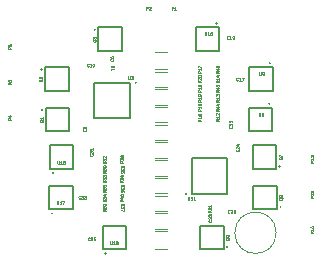
<source format=gto>
G04 #@! TF.GenerationSoftware,KiCad,Pcbnew,(2018-02-05 revision d1a45d147)-makepkg*
G04 #@! TF.CreationDate,2019-01-11T16:44:05-08:00*
G04 #@! TF.ProjectId,6s4in1,367334696E312E6B696361645F706362,rev?*
G04 #@! TF.SameCoordinates,Original*
G04 #@! TF.FileFunction,Legend,Top*
G04 #@! TF.FilePolarity,Positive*
%FSLAX46Y46*%
G04 Gerber Fmt 4.6, Leading zero omitted, Abs format (unit mm)*
G04 Created by KiCad (PCBNEW (2018-02-05 revision d1a45d147)-makepkg) date 01/11/19 16:44:05*
%MOMM*%
%LPD*%
G01*
G04 APERTURE LIST*
%ADD10C,0.010000*%
%ADD11C,0.150000*%
%ADD12C,0.100000*%
%ADD13C,0.120000*%
%ADD14C,0.062500*%
G04 APERTURE END LIST*
D10*
X39750000Y-38000000D02*
G75*
G03X39750000Y-38000000I-1750000J0D01*
G01*
D11*
X32630000Y-34700000D02*
X35630000Y-34700000D01*
X35630000Y-34700000D02*
X35630000Y-31700000D01*
X35630000Y-31700000D02*
X32630000Y-31700000D01*
X32630000Y-31700000D02*
X32630000Y-34700000D01*
D12*
X32200711Y-34700000D02*
G75*
G03X32200711Y-34700000I-70711J0D01*
G01*
X24475711Y-20810000D02*
G75*
G03X24475711Y-20810000I-70711J0D01*
G01*
D11*
X26705000Y-22610000D02*
X24705000Y-22610000D01*
X26705000Y-20610000D02*
X26705000Y-22610000D01*
X24705000Y-20610000D02*
X26705000Y-20610000D01*
X24705000Y-22610000D02*
X24705000Y-20610000D01*
D12*
X19960711Y-24185000D02*
G75*
G03X19960711Y-24185000I-70711J0D01*
G01*
D11*
X22190000Y-25985000D02*
X20190000Y-25985000D01*
X22190000Y-23985000D02*
X22190000Y-25985000D01*
X20190000Y-23985000D02*
X22190000Y-23985000D01*
X20190000Y-25985000D02*
X20190000Y-23985000D01*
D12*
X20010711Y-27615000D02*
G75*
G03X20010711Y-27615000I-70711J0D01*
G01*
D11*
X22240000Y-29415000D02*
X20240000Y-29415000D01*
X22240000Y-27415000D02*
X22240000Y-29415000D01*
X20240000Y-27415000D02*
X22240000Y-27415000D01*
X20240000Y-29415000D02*
X20240000Y-27415000D01*
X27370000Y-25300000D02*
X24370000Y-25300000D01*
X24370000Y-25300000D02*
X24370000Y-28300000D01*
X24370000Y-28300000D02*
X27370000Y-28300000D01*
X27370000Y-28300000D02*
X27370000Y-25300000D01*
D12*
X27940711Y-25300000D02*
G75*
G03X27940711Y-25300000I-70711J0D01*
G01*
D13*
X29500000Y-30350000D02*
X30500000Y-30350000D01*
X30500000Y-28650000D02*
X29500000Y-28650000D01*
X30500000Y-24150000D02*
X29500000Y-24150000D01*
X29500000Y-25850000D02*
X30500000Y-25850000D01*
X30500000Y-36150000D02*
X29500000Y-36150000D01*
X29500000Y-37850000D02*
X30500000Y-37850000D01*
X29500000Y-31850000D02*
X30500000Y-31850000D01*
X30500000Y-30150000D02*
X29500000Y-30150000D01*
X30500000Y-27150000D02*
X29500000Y-27150000D01*
X29500000Y-28850000D02*
X30500000Y-28850000D01*
X30500000Y-34650000D02*
X29500000Y-34650000D01*
X29500000Y-36350000D02*
X30500000Y-36350000D01*
X29500000Y-24350000D02*
X30500000Y-24350000D01*
X30500000Y-22650000D02*
X29500000Y-22650000D01*
X29500000Y-33350000D02*
X30500000Y-33350000D01*
X30500000Y-31650000D02*
X29500000Y-31650000D01*
X29500000Y-34850000D02*
X30500000Y-34850000D01*
X30500000Y-33150000D02*
X29500000Y-33150000D01*
X30500000Y-25650000D02*
X29500000Y-25650000D01*
X29500000Y-27350000D02*
X30500000Y-27350000D01*
X30500000Y-37650000D02*
X29500000Y-37650000D01*
X29500000Y-39350000D02*
X30500000Y-39350000D01*
D12*
X40130711Y-32385000D02*
G75*
G03X40130711Y-32385000I-70711J0D01*
G01*
D11*
X37760000Y-30585000D02*
X39760000Y-30585000D01*
X37760000Y-32585000D02*
X37760000Y-30585000D01*
X39760000Y-32585000D02*
X37760000Y-32585000D01*
X39760000Y-30585000D02*
X39760000Y-32585000D01*
D12*
X40180711Y-35815000D02*
G75*
G03X40180711Y-35815000I-70711J0D01*
G01*
D11*
X37810000Y-34015000D02*
X39810000Y-34015000D01*
X37810000Y-36015000D02*
X37810000Y-34015000D01*
X39810000Y-36015000D02*
X37810000Y-36015000D01*
X39810000Y-34015000D02*
X39810000Y-36015000D01*
X35295000Y-37390000D02*
X35295000Y-39390000D01*
X35295000Y-39390000D02*
X33295000Y-39390000D01*
X33295000Y-39390000D02*
X33295000Y-37390000D01*
X33295000Y-37390000D02*
X35295000Y-37390000D01*
D12*
X35665711Y-39190000D02*
G75*
G03X35665711Y-39190000I-70711J0D01*
G01*
D11*
X39415000Y-27415000D02*
X37415000Y-27415000D01*
X37415000Y-27415000D02*
X37415000Y-29415000D01*
X37415000Y-29415000D02*
X39415000Y-29415000D01*
X39415000Y-29415000D02*
X39415000Y-27415000D01*
D12*
X39235711Y-27065000D02*
G75*
G03X39235711Y-27065000I-70711J0D01*
G01*
D11*
X39465000Y-23985000D02*
X37465000Y-23985000D01*
X37465000Y-23985000D02*
X37465000Y-25985000D01*
X37465000Y-25985000D02*
X39465000Y-25985000D01*
X39465000Y-25985000D02*
X39465000Y-23985000D01*
D12*
X39285711Y-23635000D02*
G75*
G03X39285711Y-23635000I-70711J0D01*
G01*
X34770711Y-20260000D02*
G75*
G03X34770711Y-20260000I-70711J0D01*
G01*
D11*
X34950000Y-22610000D02*
X34950000Y-20610000D01*
X32950000Y-22610000D02*
X34950000Y-22610000D01*
X32950000Y-20610000D02*
X32950000Y-22610000D01*
X34950000Y-20610000D02*
X32950000Y-20610000D01*
X20585000Y-32585000D02*
X22585000Y-32585000D01*
X22585000Y-32585000D02*
X22585000Y-30585000D01*
X22585000Y-30585000D02*
X20585000Y-30585000D01*
X20585000Y-30585000D02*
X20585000Y-32585000D01*
D12*
X20905711Y-32935000D02*
G75*
G03X20905711Y-32935000I-70711J0D01*
G01*
D11*
X20535000Y-36015000D02*
X22535000Y-36015000D01*
X22535000Y-36015000D02*
X22535000Y-34015000D01*
X22535000Y-34015000D02*
X20535000Y-34015000D01*
X20535000Y-34015000D02*
X20535000Y-36015000D01*
D12*
X20855711Y-36365000D02*
G75*
G03X20855711Y-36365000I-70711J0D01*
G01*
D11*
X25050000Y-39390000D02*
X27050000Y-39390000D01*
X27050000Y-39390000D02*
X27050000Y-37390000D01*
X27050000Y-37390000D02*
X25050000Y-37390000D01*
X25050000Y-37390000D02*
X25050000Y-39390000D01*
D12*
X25370711Y-39740000D02*
G75*
G03X25370711Y-39740000I-70711J0D01*
G01*
D14*
X30895476Y-19113095D02*
X30895476Y-18863095D01*
X30990714Y-18863095D01*
X31014523Y-18875000D01*
X31026428Y-18886904D01*
X31038333Y-18910714D01*
X31038333Y-18946428D01*
X31026428Y-18970238D01*
X31014523Y-18982142D01*
X30990714Y-18994047D01*
X30895476Y-18994047D01*
X31276428Y-19113095D02*
X31133571Y-19113095D01*
X31205000Y-19113095D02*
X31205000Y-18863095D01*
X31181190Y-18898809D01*
X31157380Y-18922619D01*
X31133571Y-18934523D01*
X28735476Y-19113095D02*
X28735476Y-18863095D01*
X28830714Y-18863095D01*
X28854523Y-18875000D01*
X28866428Y-18886904D01*
X28878333Y-18910714D01*
X28878333Y-18946428D01*
X28866428Y-18970238D01*
X28854523Y-18982142D01*
X28830714Y-18994047D01*
X28735476Y-18994047D01*
X28973571Y-18886904D02*
X28985476Y-18875000D01*
X29009285Y-18863095D01*
X29068809Y-18863095D01*
X29092619Y-18875000D01*
X29104523Y-18886904D01*
X29116428Y-18910714D01*
X29116428Y-18934523D01*
X29104523Y-18970238D01*
X28961666Y-19113095D01*
X29116428Y-19113095D01*
X36559285Y-30950714D02*
X36571190Y-30962619D01*
X36583095Y-30998333D01*
X36583095Y-31022142D01*
X36571190Y-31057857D01*
X36547380Y-31081666D01*
X36523571Y-31093571D01*
X36475952Y-31105476D01*
X36440238Y-31105476D01*
X36392619Y-31093571D01*
X36368809Y-31081666D01*
X36345000Y-31057857D01*
X36333095Y-31022142D01*
X36333095Y-30998333D01*
X36345000Y-30962619D01*
X36356904Y-30950714D01*
X36356904Y-30855476D02*
X36345000Y-30843571D01*
X36333095Y-30819761D01*
X36333095Y-30760238D01*
X36345000Y-30736428D01*
X36356904Y-30724523D01*
X36380714Y-30712619D01*
X36404523Y-30712619D01*
X36440238Y-30724523D01*
X36583095Y-30867380D01*
X36583095Y-30712619D01*
X36416428Y-30498333D02*
X36583095Y-30498333D01*
X36321190Y-30557857D02*
X36499761Y-30617380D01*
X36499761Y-30462619D01*
X32270476Y-34963095D02*
X32270476Y-35165476D01*
X32282380Y-35189285D01*
X32294285Y-35201190D01*
X32318095Y-35213095D01*
X32365714Y-35213095D01*
X32389523Y-35201190D01*
X32401428Y-35189285D01*
X32413333Y-35165476D01*
X32413333Y-34963095D01*
X32663333Y-35213095D02*
X32520476Y-35213095D01*
X32591904Y-35213095D02*
X32591904Y-34963095D01*
X32568095Y-34998809D01*
X32544285Y-35022619D01*
X32520476Y-35034523D01*
X32901428Y-35213095D02*
X32758571Y-35213095D01*
X32830000Y-35213095D02*
X32830000Y-34963095D01*
X32806190Y-34998809D01*
X32782380Y-35022619D01*
X32758571Y-35034523D01*
X42913095Y-38053571D02*
X42663095Y-38053571D01*
X42663095Y-37958333D01*
X42675000Y-37934523D01*
X42686904Y-37922619D01*
X42710714Y-37910714D01*
X42746428Y-37910714D01*
X42770238Y-37922619D01*
X42782142Y-37934523D01*
X42794047Y-37958333D01*
X42794047Y-38053571D01*
X42913095Y-37672619D02*
X42913095Y-37815476D01*
X42913095Y-37744047D02*
X42663095Y-37744047D01*
X42698809Y-37767857D01*
X42722619Y-37791666D01*
X42734523Y-37815476D01*
X42746428Y-37458333D02*
X42913095Y-37458333D01*
X42651190Y-37517857D02*
X42829761Y-37577380D01*
X42829761Y-37422619D01*
X17313095Y-22434523D02*
X17063095Y-22434523D01*
X17063095Y-22339285D01*
X17075000Y-22315476D01*
X17086904Y-22303571D01*
X17110714Y-22291666D01*
X17146428Y-22291666D01*
X17170238Y-22303571D01*
X17182142Y-22315476D01*
X17194047Y-22339285D01*
X17194047Y-22434523D01*
X17063095Y-22077380D02*
X17063095Y-22125000D01*
X17075000Y-22148809D01*
X17086904Y-22160714D01*
X17122619Y-22184523D01*
X17170238Y-22196428D01*
X17265476Y-22196428D01*
X17289285Y-22184523D01*
X17301190Y-22172619D01*
X17313095Y-22148809D01*
X17313095Y-22101190D01*
X17301190Y-22077380D01*
X17289285Y-22065476D01*
X17265476Y-22053571D01*
X17205952Y-22053571D01*
X17182142Y-22065476D01*
X17170238Y-22077380D01*
X17158333Y-22101190D01*
X17158333Y-22148809D01*
X17170238Y-22172619D01*
X17182142Y-22184523D01*
X17205952Y-22196428D01*
X23869285Y-23899285D02*
X23857380Y-23911190D01*
X23821666Y-23923095D01*
X23797857Y-23923095D01*
X23762142Y-23911190D01*
X23738333Y-23887380D01*
X23726428Y-23863571D01*
X23714523Y-23815952D01*
X23714523Y-23780238D01*
X23726428Y-23732619D01*
X23738333Y-23708809D01*
X23762142Y-23685000D01*
X23797857Y-23673095D01*
X23821666Y-23673095D01*
X23857380Y-23685000D01*
X23869285Y-23696904D01*
X24107380Y-23923095D02*
X23964523Y-23923095D01*
X24035952Y-23923095D02*
X24035952Y-23673095D01*
X24012142Y-23708809D01*
X23988333Y-23732619D01*
X23964523Y-23744523D01*
X24262142Y-23673095D02*
X24285952Y-23673095D01*
X24309761Y-23685000D01*
X24321666Y-23696904D01*
X24333571Y-23720714D01*
X24345476Y-23768333D01*
X24345476Y-23827857D01*
X24333571Y-23875476D01*
X24321666Y-23899285D01*
X24309761Y-23911190D01*
X24285952Y-23923095D01*
X24262142Y-23923095D01*
X24238333Y-23911190D01*
X24226428Y-23899285D01*
X24214523Y-23875476D01*
X24202619Y-23827857D01*
X24202619Y-23768333D01*
X24214523Y-23720714D01*
X24226428Y-23696904D01*
X24238333Y-23685000D01*
X24262142Y-23673095D01*
X23619285Y-29251666D02*
X23631190Y-29263571D01*
X23643095Y-29299285D01*
X23643095Y-29323095D01*
X23631190Y-29358809D01*
X23607380Y-29382619D01*
X23583571Y-29394523D01*
X23535952Y-29406428D01*
X23500238Y-29406428D01*
X23452619Y-29394523D01*
X23428809Y-29382619D01*
X23405000Y-29358809D01*
X23393095Y-29323095D01*
X23393095Y-29299285D01*
X23405000Y-29263571D01*
X23416904Y-29251666D01*
X23500238Y-29108809D02*
X23488333Y-29132619D01*
X23476428Y-29144523D01*
X23452619Y-29156428D01*
X23440714Y-29156428D01*
X23416904Y-29144523D01*
X23405000Y-29132619D01*
X23393095Y-29108809D01*
X23393095Y-29061190D01*
X23405000Y-29037380D01*
X23416904Y-29025476D01*
X23440714Y-29013571D01*
X23452619Y-29013571D01*
X23476428Y-29025476D01*
X23488333Y-29037380D01*
X23500238Y-29061190D01*
X23500238Y-29108809D01*
X23512142Y-29132619D01*
X23524047Y-29144523D01*
X23547857Y-29156428D01*
X23595476Y-29156428D01*
X23619285Y-29144523D01*
X23631190Y-29132619D01*
X23643095Y-29108809D01*
X23643095Y-29061190D01*
X23631190Y-29037380D01*
X23619285Y-29025476D01*
X23595476Y-29013571D01*
X23547857Y-29013571D01*
X23524047Y-29025476D01*
X23512142Y-29037380D01*
X23500238Y-29061190D01*
X24491904Y-21633809D02*
X24480000Y-21657619D01*
X24456190Y-21681428D01*
X24420476Y-21717142D01*
X24408571Y-21740952D01*
X24408571Y-21764761D01*
X24468095Y-21752857D02*
X24456190Y-21776666D01*
X24432380Y-21800476D01*
X24384761Y-21812380D01*
X24301428Y-21812380D01*
X24253809Y-21800476D01*
X24230000Y-21776666D01*
X24218095Y-21752857D01*
X24218095Y-21705238D01*
X24230000Y-21681428D01*
X24253809Y-21657619D01*
X24301428Y-21645714D01*
X24384761Y-21645714D01*
X24432380Y-21657619D01*
X24456190Y-21681428D01*
X24468095Y-21705238D01*
X24468095Y-21752857D01*
X24218095Y-21562380D02*
X24218095Y-21407619D01*
X24313333Y-21490952D01*
X24313333Y-21455238D01*
X24325238Y-21431428D01*
X24337142Y-21419523D01*
X24360952Y-21407619D01*
X24420476Y-21407619D01*
X24444285Y-21419523D01*
X24456190Y-21431428D01*
X24468095Y-21455238D01*
X24468095Y-21526666D01*
X24456190Y-21550476D01*
X24444285Y-21562380D01*
X19976904Y-25008809D02*
X19965000Y-25032619D01*
X19941190Y-25056428D01*
X19905476Y-25092142D01*
X19893571Y-25115952D01*
X19893571Y-25139761D01*
X19953095Y-25127857D02*
X19941190Y-25151666D01*
X19917380Y-25175476D01*
X19869761Y-25187380D01*
X19786428Y-25187380D01*
X19738809Y-25175476D01*
X19715000Y-25151666D01*
X19703095Y-25127857D01*
X19703095Y-25080238D01*
X19715000Y-25056428D01*
X19738809Y-25032619D01*
X19786428Y-25020714D01*
X19869761Y-25020714D01*
X19917380Y-25032619D01*
X19941190Y-25056428D01*
X19953095Y-25080238D01*
X19953095Y-25127857D01*
X19726904Y-24925476D02*
X19715000Y-24913571D01*
X19703095Y-24889761D01*
X19703095Y-24830238D01*
X19715000Y-24806428D01*
X19726904Y-24794523D01*
X19750714Y-24782619D01*
X19774523Y-24782619D01*
X19810238Y-24794523D01*
X19953095Y-24937380D01*
X19953095Y-24782619D01*
X20026904Y-28438809D02*
X20015000Y-28462619D01*
X19991190Y-28486428D01*
X19955476Y-28522142D01*
X19943571Y-28545952D01*
X19943571Y-28569761D01*
X20003095Y-28557857D02*
X19991190Y-28581666D01*
X19967380Y-28605476D01*
X19919761Y-28617380D01*
X19836428Y-28617380D01*
X19788809Y-28605476D01*
X19765000Y-28581666D01*
X19753095Y-28557857D01*
X19753095Y-28510238D01*
X19765000Y-28486428D01*
X19788809Y-28462619D01*
X19836428Y-28450714D01*
X19919761Y-28450714D01*
X19967380Y-28462619D01*
X19991190Y-28486428D01*
X20003095Y-28510238D01*
X20003095Y-28557857D01*
X20003095Y-28212619D02*
X20003095Y-28355476D01*
X20003095Y-28284047D02*
X19753095Y-28284047D01*
X19788809Y-28307857D01*
X19812619Y-28331666D01*
X19824523Y-28355476D01*
X42913095Y-35053571D02*
X42663095Y-35053571D01*
X42663095Y-34958333D01*
X42675000Y-34934523D01*
X42686904Y-34922619D01*
X42710714Y-34910714D01*
X42746428Y-34910714D01*
X42770238Y-34922619D01*
X42782142Y-34934523D01*
X42794047Y-34958333D01*
X42794047Y-35053571D01*
X42913095Y-34672619D02*
X42913095Y-34815476D01*
X42913095Y-34744047D02*
X42663095Y-34744047D01*
X42698809Y-34767857D01*
X42722619Y-34791666D01*
X42734523Y-34815476D01*
X42663095Y-34589285D02*
X42663095Y-34434523D01*
X42758333Y-34517857D01*
X42758333Y-34482142D01*
X42770238Y-34458333D01*
X42782142Y-34446428D01*
X42805952Y-34434523D01*
X42865476Y-34434523D01*
X42889285Y-34446428D01*
X42901190Y-34458333D01*
X42913095Y-34482142D01*
X42913095Y-34553571D01*
X42901190Y-34577380D01*
X42889285Y-34589285D01*
X42913095Y-32053571D02*
X42663095Y-32053571D01*
X42663095Y-31958333D01*
X42675000Y-31934523D01*
X42686904Y-31922619D01*
X42710714Y-31910714D01*
X42746428Y-31910714D01*
X42770238Y-31922619D01*
X42782142Y-31934523D01*
X42794047Y-31958333D01*
X42794047Y-32053571D01*
X42913095Y-31672619D02*
X42913095Y-31815476D01*
X42913095Y-31744047D02*
X42663095Y-31744047D01*
X42698809Y-31767857D01*
X42722619Y-31791666D01*
X42734523Y-31815476D01*
X42686904Y-31577380D02*
X42675000Y-31565476D01*
X42663095Y-31541666D01*
X42663095Y-31482142D01*
X42675000Y-31458333D01*
X42686904Y-31446428D01*
X42710714Y-31434523D01*
X42734523Y-31434523D01*
X42770238Y-31446428D01*
X42913095Y-31589285D01*
X42913095Y-31434523D01*
X17313095Y-25434523D02*
X17063095Y-25434523D01*
X17063095Y-25339285D01*
X17075000Y-25315476D01*
X17086904Y-25303571D01*
X17110714Y-25291666D01*
X17146428Y-25291666D01*
X17170238Y-25303571D01*
X17182142Y-25315476D01*
X17194047Y-25339285D01*
X17194047Y-25434523D01*
X17063095Y-25065476D02*
X17063095Y-25184523D01*
X17182142Y-25196428D01*
X17170238Y-25184523D01*
X17158333Y-25160714D01*
X17158333Y-25101190D01*
X17170238Y-25077380D01*
X17182142Y-25065476D01*
X17205952Y-25053571D01*
X17265476Y-25053571D01*
X17289285Y-25065476D01*
X17301190Y-25077380D01*
X17313095Y-25101190D01*
X17313095Y-25160714D01*
X17301190Y-25184523D01*
X17289285Y-25196428D01*
X17313095Y-28434523D02*
X17063095Y-28434523D01*
X17063095Y-28339285D01*
X17075000Y-28315476D01*
X17086904Y-28303571D01*
X17110714Y-28291666D01*
X17146428Y-28291666D01*
X17170238Y-28303571D01*
X17182142Y-28315476D01*
X17194047Y-28339285D01*
X17194047Y-28434523D01*
X17146428Y-28077380D02*
X17313095Y-28077380D01*
X17051190Y-28136904D02*
X17229761Y-28196428D01*
X17229761Y-28041666D01*
X27229523Y-24763095D02*
X27229523Y-24965476D01*
X27241428Y-24989285D01*
X27253333Y-25001190D01*
X27277142Y-25013095D01*
X27324761Y-25013095D01*
X27348571Y-25001190D01*
X27360476Y-24989285D01*
X27372380Y-24965476D01*
X27372380Y-24763095D01*
X27467619Y-24763095D02*
X27622380Y-24763095D01*
X27539047Y-24858333D01*
X27574761Y-24858333D01*
X27598571Y-24870238D01*
X27610476Y-24882142D01*
X27622380Y-24905952D01*
X27622380Y-24965476D01*
X27610476Y-24989285D01*
X27598571Y-25001190D01*
X27574761Y-25013095D01*
X27503333Y-25013095D01*
X27479523Y-25001190D01*
X27467619Y-24989285D01*
X25929285Y-23291666D02*
X25941190Y-23303571D01*
X25953095Y-23339285D01*
X25953095Y-23363095D01*
X25941190Y-23398809D01*
X25917380Y-23422619D01*
X25893571Y-23434523D01*
X25845952Y-23446428D01*
X25810238Y-23446428D01*
X25762619Y-23434523D01*
X25738809Y-23422619D01*
X25715000Y-23398809D01*
X25703095Y-23363095D01*
X25703095Y-23339285D01*
X25715000Y-23303571D01*
X25726904Y-23291666D01*
X25703095Y-23077380D02*
X25703095Y-23125000D01*
X25715000Y-23148809D01*
X25726904Y-23160714D01*
X25762619Y-23184523D01*
X25810238Y-23196428D01*
X25905476Y-23196428D01*
X25929285Y-23184523D01*
X25941190Y-23172619D01*
X25953095Y-23148809D01*
X25953095Y-23101190D01*
X25941190Y-23077380D01*
X25929285Y-23065476D01*
X25905476Y-23053571D01*
X25845952Y-23053571D01*
X25822142Y-23065476D01*
X25810238Y-23077380D01*
X25798333Y-23101190D01*
X25798333Y-23148809D01*
X25810238Y-23172619D01*
X25822142Y-23184523D01*
X25845952Y-23196428D01*
X25746904Y-23998333D02*
X25865952Y-23915000D01*
X25746904Y-23855476D02*
X25996904Y-23855476D01*
X25996904Y-23950714D01*
X25985000Y-23974523D01*
X25973095Y-23986428D01*
X25949285Y-23998333D01*
X25913571Y-23998333D01*
X25889761Y-23986428D01*
X25877857Y-23974523D01*
X25865952Y-23950714D01*
X25865952Y-23855476D01*
X25746904Y-24236428D02*
X25746904Y-24093571D01*
X25746904Y-24165000D02*
X25996904Y-24165000D01*
X25961190Y-24141190D01*
X25937380Y-24117380D01*
X25925476Y-24093571D01*
X35979285Y-28985714D02*
X35991190Y-28997619D01*
X36003095Y-29033333D01*
X36003095Y-29057142D01*
X35991190Y-29092857D01*
X35967380Y-29116666D01*
X35943571Y-29128571D01*
X35895952Y-29140476D01*
X35860238Y-29140476D01*
X35812619Y-29128571D01*
X35788809Y-29116666D01*
X35765000Y-29092857D01*
X35753095Y-29057142D01*
X35753095Y-29033333D01*
X35765000Y-28997619D01*
X35776904Y-28985714D01*
X36003095Y-28747619D02*
X36003095Y-28890476D01*
X36003095Y-28819047D02*
X35753095Y-28819047D01*
X35788809Y-28842857D01*
X35812619Y-28866666D01*
X35824523Y-28890476D01*
X35753095Y-28521428D02*
X35753095Y-28640476D01*
X35872142Y-28652380D01*
X35860238Y-28640476D01*
X35848333Y-28616666D01*
X35848333Y-28557142D01*
X35860238Y-28533333D01*
X35872142Y-28521428D01*
X35895952Y-28509523D01*
X35955476Y-28509523D01*
X35979285Y-28521428D01*
X35991190Y-28533333D01*
X36003095Y-28557142D01*
X36003095Y-28616666D01*
X35991190Y-28640476D01*
X35979285Y-28652380D01*
X36509285Y-25089285D02*
X36497380Y-25101190D01*
X36461666Y-25113095D01*
X36437857Y-25113095D01*
X36402142Y-25101190D01*
X36378333Y-25077380D01*
X36366428Y-25053571D01*
X36354523Y-25005952D01*
X36354523Y-24970238D01*
X36366428Y-24922619D01*
X36378333Y-24898809D01*
X36402142Y-24875000D01*
X36437857Y-24863095D01*
X36461666Y-24863095D01*
X36497380Y-24875000D01*
X36509285Y-24886904D01*
X36747380Y-25113095D02*
X36604523Y-25113095D01*
X36675952Y-25113095D02*
X36675952Y-24863095D01*
X36652142Y-24898809D01*
X36628333Y-24922619D01*
X36604523Y-24934523D01*
X36830714Y-24863095D02*
X36997380Y-24863095D01*
X36890238Y-25113095D01*
X35719285Y-21564285D02*
X35707380Y-21576190D01*
X35671666Y-21588095D01*
X35647857Y-21588095D01*
X35612142Y-21576190D01*
X35588333Y-21552380D01*
X35576428Y-21528571D01*
X35564523Y-21480952D01*
X35564523Y-21445238D01*
X35576428Y-21397619D01*
X35588333Y-21373809D01*
X35612142Y-21350000D01*
X35647857Y-21338095D01*
X35671666Y-21338095D01*
X35707380Y-21350000D01*
X35719285Y-21361904D01*
X35957380Y-21588095D02*
X35814523Y-21588095D01*
X35885952Y-21588095D02*
X35885952Y-21338095D01*
X35862142Y-21373809D01*
X35838333Y-21397619D01*
X35814523Y-21409523D01*
X36076428Y-21588095D02*
X36124047Y-21588095D01*
X36147857Y-21576190D01*
X36159761Y-21564285D01*
X36183571Y-21528571D01*
X36195476Y-21480952D01*
X36195476Y-21385714D01*
X36183571Y-21361904D01*
X36171666Y-21350000D01*
X36147857Y-21338095D01*
X36100238Y-21338095D01*
X36076428Y-21350000D01*
X36064523Y-21361904D01*
X36052619Y-21385714D01*
X36052619Y-21445238D01*
X36064523Y-21469047D01*
X36076428Y-21480952D01*
X36100238Y-21492857D01*
X36147857Y-21492857D01*
X36171666Y-21480952D01*
X36183571Y-21469047D01*
X36195476Y-21445238D01*
X34249285Y-36910714D02*
X34261190Y-36922619D01*
X34273095Y-36958333D01*
X34273095Y-36982142D01*
X34261190Y-37017857D01*
X34237380Y-37041666D01*
X34213571Y-37053571D01*
X34165952Y-37065476D01*
X34130238Y-37065476D01*
X34082619Y-37053571D01*
X34058809Y-37041666D01*
X34035000Y-37017857D01*
X34023095Y-36982142D01*
X34023095Y-36958333D01*
X34035000Y-36922619D01*
X34046904Y-36910714D01*
X34046904Y-36815476D02*
X34035000Y-36803571D01*
X34023095Y-36779761D01*
X34023095Y-36720238D01*
X34035000Y-36696428D01*
X34046904Y-36684523D01*
X34070714Y-36672619D01*
X34094523Y-36672619D01*
X34130238Y-36684523D01*
X34273095Y-36827380D01*
X34273095Y-36672619D01*
X34046904Y-36577380D02*
X34035000Y-36565476D01*
X34023095Y-36541666D01*
X34023095Y-36482142D01*
X34035000Y-36458333D01*
X34046904Y-36446428D01*
X34070714Y-36434523D01*
X34094523Y-36434523D01*
X34130238Y-36446428D01*
X34273095Y-36589285D01*
X34273095Y-36434523D01*
X35809285Y-36279285D02*
X35797380Y-36291190D01*
X35761666Y-36303095D01*
X35737857Y-36303095D01*
X35702142Y-36291190D01*
X35678333Y-36267380D01*
X35666428Y-36243571D01*
X35654523Y-36195952D01*
X35654523Y-36160238D01*
X35666428Y-36112619D01*
X35678333Y-36088809D01*
X35702142Y-36065000D01*
X35737857Y-36053095D01*
X35761666Y-36053095D01*
X35797380Y-36065000D01*
X35809285Y-36076904D01*
X35904523Y-36076904D02*
X35916428Y-36065000D01*
X35940238Y-36053095D01*
X35999761Y-36053095D01*
X36023571Y-36065000D01*
X36035476Y-36076904D01*
X36047380Y-36100714D01*
X36047380Y-36124523D01*
X36035476Y-36160238D01*
X35892619Y-36303095D01*
X36047380Y-36303095D01*
X36261666Y-36053095D02*
X36214047Y-36053095D01*
X36190238Y-36065000D01*
X36178333Y-36076904D01*
X36154523Y-36112619D01*
X36142619Y-36160238D01*
X36142619Y-36255476D01*
X36154523Y-36279285D01*
X36166428Y-36291190D01*
X36190238Y-36303095D01*
X36237857Y-36303095D01*
X36261666Y-36291190D01*
X36273571Y-36279285D01*
X36285476Y-36255476D01*
X36285476Y-36195952D01*
X36273571Y-36172142D01*
X36261666Y-36160238D01*
X36237857Y-36148333D01*
X36190238Y-36148333D01*
X36166428Y-36160238D01*
X36154523Y-36172142D01*
X36142619Y-36195952D01*
X24199285Y-31335714D02*
X24211190Y-31347619D01*
X24223095Y-31383333D01*
X24223095Y-31407142D01*
X24211190Y-31442857D01*
X24187380Y-31466666D01*
X24163571Y-31478571D01*
X24115952Y-31490476D01*
X24080238Y-31490476D01*
X24032619Y-31478571D01*
X24008809Y-31466666D01*
X23985000Y-31442857D01*
X23973095Y-31407142D01*
X23973095Y-31383333D01*
X23985000Y-31347619D01*
X23996904Y-31335714D01*
X23973095Y-31252380D02*
X23973095Y-31097619D01*
X24068333Y-31180952D01*
X24068333Y-31145238D01*
X24080238Y-31121428D01*
X24092142Y-31109523D01*
X24115952Y-31097619D01*
X24175476Y-31097619D01*
X24199285Y-31109523D01*
X24211190Y-31121428D01*
X24223095Y-31145238D01*
X24223095Y-31216666D01*
X24211190Y-31240476D01*
X24199285Y-31252380D01*
X24223095Y-30859523D02*
X24223095Y-31002380D01*
X24223095Y-30930952D02*
X23973095Y-30930952D01*
X24008809Y-30954761D01*
X24032619Y-30978571D01*
X24044523Y-31002380D01*
X23169285Y-35089285D02*
X23157380Y-35101190D01*
X23121666Y-35113095D01*
X23097857Y-35113095D01*
X23062142Y-35101190D01*
X23038333Y-35077380D01*
X23026428Y-35053571D01*
X23014523Y-35005952D01*
X23014523Y-34970238D01*
X23026428Y-34922619D01*
X23038333Y-34898809D01*
X23062142Y-34875000D01*
X23097857Y-34863095D01*
X23121666Y-34863095D01*
X23157380Y-34875000D01*
X23169285Y-34886904D01*
X23252619Y-34863095D02*
X23407380Y-34863095D01*
X23324047Y-34958333D01*
X23359761Y-34958333D01*
X23383571Y-34970238D01*
X23395476Y-34982142D01*
X23407380Y-35005952D01*
X23407380Y-35065476D01*
X23395476Y-35089285D01*
X23383571Y-35101190D01*
X23359761Y-35113095D01*
X23288333Y-35113095D01*
X23264523Y-35101190D01*
X23252619Y-35089285D01*
X23490714Y-34863095D02*
X23645476Y-34863095D01*
X23562142Y-34958333D01*
X23597857Y-34958333D01*
X23621666Y-34970238D01*
X23633571Y-34982142D01*
X23645476Y-35005952D01*
X23645476Y-35065476D01*
X23633571Y-35089285D01*
X23621666Y-35101190D01*
X23597857Y-35113095D01*
X23526428Y-35113095D01*
X23502619Y-35101190D01*
X23490714Y-35089285D01*
X23959285Y-38614285D02*
X23947380Y-38626190D01*
X23911666Y-38638095D01*
X23887857Y-38638095D01*
X23852142Y-38626190D01*
X23828333Y-38602380D01*
X23816428Y-38578571D01*
X23804523Y-38530952D01*
X23804523Y-38495238D01*
X23816428Y-38447619D01*
X23828333Y-38423809D01*
X23852142Y-38400000D01*
X23887857Y-38388095D01*
X23911666Y-38388095D01*
X23947380Y-38400000D01*
X23959285Y-38411904D01*
X24042619Y-38388095D02*
X24197380Y-38388095D01*
X24114047Y-38483333D01*
X24149761Y-38483333D01*
X24173571Y-38495238D01*
X24185476Y-38507142D01*
X24197380Y-38530952D01*
X24197380Y-38590476D01*
X24185476Y-38614285D01*
X24173571Y-38626190D01*
X24149761Y-38638095D01*
X24078333Y-38638095D01*
X24054523Y-38626190D01*
X24042619Y-38614285D01*
X24423571Y-38388095D02*
X24304523Y-38388095D01*
X24292619Y-38507142D01*
X24304523Y-38495238D01*
X24328333Y-38483333D01*
X24387857Y-38483333D01*
X24411666Y-38495238D01*
X24423571Y-38507142D01*
X24435476Y-38530952D01*
X24435476Y-38590476D01*
X24423571Y-38614285D01*
X24411666Y-38626190D01*
X24387857Y-38638095D01*
X24328333Y-38638095D01*
X24304523Y-38626190D01*
X24292619Y-38614285D01*
X40246904Y-31608809D02*
X40235000Y-31632619D01*
X40211190Y-31656428D01*
X40175476Y-31692142D01*
X40163571Y-31715952D01*
X40163571Y-31739761D01*
X40223095Y-31727857D02*
X40211190Y-31751666D01*
X40187380Y-31775476D01*
X40139761Y-31787380D01*
X40056428Y-31787380D01*
X40008809Y-31775476D01*
X39985000Y-31751666D01*
X39973095Y-31727857D01*
X39973095Y-31680238D01*
X39985000Y-31656428D01*
X40008809Y-31632619D01*
X40056428Y-31620714D01*
X40139761Y-31620714D01*
X40187380Y-31632619D01*
X40211190Y-31656428D01*
X40223095Y-31680238D01*
X40223095Y-31727857D01*
X39973095Y-31537380D02*
X39973095Y-31370714D01*
X40223095Y-31477857D01*
X40296904Y-35038809D02*
X40285000Y-35062619D01*
X40261190Y-35086428D01*
X40225476Y-35122142D01*
X40213571Y-35145952D01*
X40213571Y-35169761D01*
X40273095Y-35157857D02*
X40261190Y-35181666D01*
X40237380Y-35205476D01*
X40189761Y-35217380D01*
X40106428Y-35217380D01*
X40058809Y-35205476D01*
X40035000Y-35181666D01*
X40023095Y-35157857D01*
X40023095Y-35110238D01*
X40035000Y-35086428D01*
X40058809Y-35062619D01*
X40106428Y-35050714D01*
X40189761Y-35050714D01*
X40237380Y-35062619D01*
X40261190Y-35086428D01*
X40273095Y-35110238D01*
X40273095Y-35157857D01*
X40130238Y-34907857D02*
X40118333Y-34931666D01*
X40106428Y-34943571D01*
X40082619Y-34955476D01*
X40070714Y-34955476D01*
X40046904Y-34943571D01*
X40035000Y-34931666D01*
X40023095Y-34907857D01*
X40023095Y-34860238D01*
X40035000Y-34836428D01*
X40046904Y-34824523D01*
X40070714Y-34812619D01*
X40082619Y-34812619D01*
X40106428Y-34824523D01*
X40118333Y-34836428D01*
X40130238Y-34860238D01*
X40130238Y-34907857D01*
X40142142Y-34931666D01*
X40154047Y-34943571D01*
X40177857Y-34955476D01*
X40225476Y-34955476D01*
X40249285Y-34943571D01*
X40261190Y-34931666D01*
X40273095Y-34907857D01*
X40273095Y-34860238D01*
X40261190Y-34836428D01*
X40249285Y-34824523D01*
X40225476Y-34812619D01*
X40177857Y-34812619D01*
X40154047Y-34824523D01*
X40142142Y-34836428D01*
X40130238Y-34860238D01*
X35781904Y-38413809D02*
X35770000Y-38437619D01*
X35746190Y-38461428D01*
X35710476Y-38497142D01*
X35698571Y-38520952D01*
X35698571Y-38544761D01*
X35758095Y-38532857D02*
X35746190Y-38556666D01*
X35722380Y-38580476D01*
X35674761Y-38592380D01*
X35591428Y-38592380D01*
X35543809Y-38580476D01*
X35520000Y-38556666D01*
X35508095Y-38532857D01*
X35508095Y-38485238D01*
X35520000Y-38461428D01*
X35543809Y-38437619D01*
X35591428Y-38425714D01*
X35674761Y-38425714D01*
X35722380Y-38437619D01*
X35746190Y-38461428D01*
X35758095Y-38485238D01*
X35758095Y-38532857D01*
X35758095Y-38306666D02*
X35758095Y-38259047D01*
X35746190Y-38235238D01*
X35734285Y-38223333D01*
X35698571Y-38199523D01*
X35650952Y-38187619D01*
X35555714Y-38187619D01*
X35531904Y-38199523D01*
X35520000Y-38211428D01*
X35508095Y-38235238D01*
X35508095Y-38282857D01*
X35520000Y-38306666D01*
X35531904Y-38318571D01*
X35555714Y-38330476D01*
X35615238Y-38330476D01*
X35639047Y-38318571D01*
X35650952Y-38306666D01*
X35662857Y-38282857D01*
X35662857Y-38235238D01*
X35650952Y-38211428D01*
X35639047Y-38199523D01*
X35615238Y-38187619D01*
X34903095Y-28350714D02*
X34784047Y-28434047D01*
X34903095Y-28493571D02*
X34653095Y-28493571D01*
X34653095Y-28398333D01*
X34665000Y-28374523D01*
X34676904Y-28362619D01*
X34700714Y-28350714D01*
X34736428Y-28350714D01*
X34760238Y-28362619D01*
X34772142Y-28374523D01*
X34784047Y-28398333D01*
X34784047Y-28493571D01*
X34903095Y-28112619D02*
X34903095Y-28255476D01*
X34903095Y-28184047D02*
X34653095Y-28184047D01*
X34688809Y-28207857D01*
X34712619Y-28231666D01*
X34724523Y-28255476D01*
X34676904Y-28017380D02*
X34665000Y-28005476D01*
X34653095Y-27981666D01*
X34653095Y-27922142D01*
X34665000Y-27898333D01*
X34676904Y-27886428D01*
X34700714Y-27874523D01*
X34724523Y-27874523D01*
X34760238Y-27886428D01*
X34903095Y-28029285D01*
X34903095Y-27874523D01*
X34903095Y-26740714D02*
X34784047Y-26824047D01*
X34903095Y-26883571D02*
X34653095Y-26883571D01*
X34653095Y-26788333D01*
X34665000Y-26764523D01*
X34676904Y-26752619D01*
X34700714Y-26740714D01*
X34736428Y-26740714D01*
X34760238Y-26752619D01*
X34772142Y-26764523D01*
X34784047Y-26788333D01*
X34784047Y-26883571D01*
X34903095Y-26502619D02*
X34903095Y-26645476D01*
X34903095Y-26574047D02*
X34653095Y-26574047D01*
X34688809Y-26597857D01*
X34712619Y-26621666D01*
X34724523Y-26645476D01*
X34653095Y-26419285D02*
X34653095Y-26264523D01*
X34748333Y-26347857D01*
X34748333Y-26312142D01*
X34760238Y-26288333D01*
X34772142Y-26276428D01*
X34795952Y-26264523D01*
X34855476Y-26264523D01*
X34879285Y-26276428D01*
X34891190Y-26288333D01*
X34903095Y-26312142D01*
X34903095Y-26383571D01*
X34891190Y-26407380D01*
X34879285Y-26419285D01*
X34903095Y-25130714D02*
X34784047Y-25214047D01*
X34903095Y-25273571D02*
X34653095Y-25273571D01*
X34653095Y-25178333D01*
X34665000Y-25154523D01*
X34676904Y-25142619D01*
X34700714Y-25130714D01*
X34736428Y-25130714D01*
X34760238Y-25142619D01*
X34772142Y-25154523D01*
X34784047Y-25178333D01*
X34784047Y-25273571D01*
X34903095Y-24892619D02*
X34903095Y-25035476D01*
X34903095Y-24964047D02*
X34653095Y-24964047D01*
X34688809Y-24987857D01*
X34712619Y-25011666D01*
X34724523Y-25035476D01*
X34736428Y-24678333D02*
X34903095Y-24678333D01*
X34641190Y-24737857D02*
X34819761Y-24797380D01*
X34819761Y-24642619D01*
X33402431Y-27544578D02*
X33283383Y-27627911D01*
X33402431Y-27687435D02*
X33152431Y-27687435D01*
X33152431Y-27592197D01*
X33164336Y-27568387D01*
X33176240Y-27556483D01*
X33200050Y-27544578D01*
X33235764Y-27544578D01*
X33259574Y-27556483D01*
X33271478Y-27568387D01*
X33283383Y-27592197D01*
X33283383Y-27687435D01*
X33402431Y-27306483D02*
X33402431Y-27449340D01*
X33402431Y-27377911D02*
X33152431Y-27377911D01*
X33188145Y-27401721D01*
X33211955Y-27425530D01*
X33223859Y-27449340D01*
X33152431Y-27080292D02*
X33152431Y-27199340D01*
X33271478Y-27211244D01*
X33259574Y-27199340D01*
X33247669Y-27175530D01*
X33247669Y-27116006D01*
X33259574Y-27092197D01*
X33271478Y-27080292D01*
X33295288Y-27068387D01*
X33354812Y-27068387D01*
X33378621Y-27080292D01*
X33390526Y-27092197D01*
X33402431Y-27116006D01*
X33402431Y-27175530D01*
X33390526Y-27199340D01*
X33378621Y-27211244D01*
X33402431Y-25934578D02*
X33283383Y-26017911D01*
X33402431Y-26077435D02*
X33152431Y-26077435D01*
X33152431Y-25982197D01*
X33164336Y-25958387D01*
X33176240Y-25946483D01*
X33200050Y-25934578D01*
X33235764Y-25934578D01*
X33259574Y-25946483D01*
X33271478Y-25958387D01*
X33283383Y-25982197D01*
X33283383Y-26077435D01*
X33402431Y-25696483D02*
X33402431Y-25839340D01*
X33402431Y-25767911D02*
X33152431Y-25767911D01*
X33188145Y-25791721D01*
X33211955Y-25815530D01*
X33223859Y-25839340D01*
X33152431Y-25482197D02*
X33152431Y-25529816D01*
X33164336Y-25553625D01*
X33176240Y-25565530D01*
X33211955Y-25589340D01*
X33259574Y-25601244D01*
X33354812Y-25601244D01*
X33378621Y-25589340D01*
X33390526Y-25577435D01*
X33402431Y-25553625D01*
X33402431Y-25506006D01*
X33390526Y-25482197D01*
X33378621Y-25470292D01*
X33354812Y-25458387D01*
X33295288Y-25458387D01*
X33271478Y-25470292D01*
X33259574Y-25482197D01*
X33247669Y-25506006D01*
X33247669Y-25553625D01*
X33259574Y-25577435D01*
X33271478Y-25589340D01*
X33295288Y-25601244D01*
X33402431Y-24324578D02*
X33283383Y-24407911D01*
X33402431Y-24467435D02*
X33152431Y-24467435D01*
X33152431Y-24372197D01*
X33164336Y-24348387D01*
X33176240Y-24336483D01*
X33200050Y-24324578D01*
X33235764Y-24324578D01*
X33259574Y-24336483D01*
X33271478Y-24348387D01*
X33283383Y-24372197D01*
X33283383Y-24467435D01*
X33402431Y-24086483D02*
X33402431Y-24229340D01*
X33402431Y-24157911D02*
X33152431Y-24157911D01*
X33188145Y-24181721D01*
X33211955Y-24205530D01*
X33223859Y-24229340D01*
X33152431Y-24003149D02*
X33152431Y-23836483D01*
X33402431Y-23943625D01*
X33403095Y-28410714D02*
X33284047Y-28494047D01*
X33403095Y-28553571D02*
X33153095Y-28553571D01*
X33153095Y-28458333D01*
X33165000Y-28434523D01*
X33176904Y-28422619D01*
X33200714Y-28410714D01*
X33236428Y-28410714D01*
X33260238Y-28422619D01*
X33272142Y-28434523D01*
X33284047Y-28458333D01*
X33284047Y-28553571D01*
X33403095Y-28172619D02*
X33403095Y-28315476D01*
X33403095Y-28244047D02*
X33153095Y-28244047D01*
X33188809Y-28267857D01*
X33212619Y-28291666D01*
X33224523Y-28315476D01*
X33260238Y-28029761D02*
X33248333Y-28053571D01*
X33236428Y-28065476D01*
X33212619Y-28077380D01*
X33200714Y-28077380D01*
X33176904Y-28065476D01*
X33165000Y-28053571D01*
X33153095Y-28029761D01*
X33153095Y-27982142D01*
X33165000Y-27958333D01*
X33176904Y-27946428D01*
X33200714Y-27934523D01*
X33212619Y-27934523D01*
X33236428Y-27946428D01*
X33248333Y-27958333D01*
X33260238Y-27982142D01*
X33260238Y-28029761D01*
X33272142Y-28053571D01*
X33284047Y-28065476D01*
X33307857Y-28077380D01*
X33355476Y-28077380D01*
X33379285Y-28065476D01*
X33391190Y-28053571D01*
X33403095Y-28029761D01*
X33403095Y-27982142D01*
X33391190Y-27958333D01*
X33379285Y-27946428D01*
X33355476Y-27934523D01*
X33307857Y-27934523D01*
X33284047Y-27946428D01*
X33272142Y-27958333D01*
X33260238Y-27982142D01*
X33403095Y-26740714D02*
X33284047Y-26824047D01*
X33403095Y-26883571D02*
X33153095Y-26883571D01*
X33153095Y-26788333D01*
X33165000Y-26764523D01*
X33176904Y-26752619D01*
X33200714Y-26740714D01*
X33236428Y-26740714D01*
X33260238Y-26752619D01*
X33272142Y-26764523D01*
X33284047Y-26788333D01*
X33284047Y-26883571D01*
X33403095Y-26502619D02*
X33403095Y-26645476D01*
X33403095Y-26574047D02*
X33153095Y-26574047D01*
X33188809Y-26597857D01*
X33212619Y-26621666D01*
X33224523Y-26645476D01*
X33403095Y-26383571D02*
X33403095Y-26335952D01*
X33391190Y-26312142D01*
X33379285Y-26300238D01*
X33343571Y-26276428D01*
X33295952Y-26264523D01*
X33200714Y-26264523D01*
X33176904Y-26276428D01*
X33165000Y-26288333D01*
X33153095Y-26312142D01*
X33153095Y-26359761D01*
X33165000Y-26383571D01*
X33176904Y-26395476D01*
X33200714Y-26407380D01*
X33260238Y-26407380D01*
X33284047Y-26395476D01*
X33295952Y-26383571D01*
X33307857Y-26359761D01*
X33307857Y-26312142D01*
X33295952Y-26288333D01*
X33284047Y-26276428D01*
X33260238Y-26264523D01*
X33403095Y-25130714D02*
X33284047Y-25214047D01*
X33403095Y-25273571D02*
X33153095Y-25273571D01*
X33153095Y-25178333D01*
X33165000Y-25154523D01*
X33176904Y-25142619D01*
X33200714Y-25130714D01*
X33236428Y-25130714D01*
X33260238Y-25142619D01*
X33272142Y-25154523D01*
X33284047Y-25178333D01*
X33284047Y-25273571D01*
X33176904Y-25035476D02*
X33165000Y-25023571D01*
X33153095Y-24999761D01*
X33153095Y-24940238D01*
X33165000Y-24916428D01*
X33176904Y-24904523D01*
X33200714Y-24892619D01*
X33224523Y-24892619D01*
X33260238Y-24904523D01*
X33403095Y-25047380D01*
X33403095Y-24892619D01*
X33153095Y-24737857D02*
X33153095Y-24714047D01*
X33165000Y-24690238D01*
X33176904Y-24678333D01*
X33200714Y-24666428D01*
X33248333Y-24654523D01*
X33307857Y-24654523D01*
X33355476Y-24666428D01*
X33379285Y-24678333D01*
X33391190Y-24690238D01*
X33403095Y-24714047D01*
X33403095Y-24737857D01*
X33391190Y-24761666D01*
X33379285Y-24773571D01*
X33355476Y-24785476D01*
X33307857Y-24797380D01*
X33248333Y-24797380D01*
X33200714Y-24785476D01*
X33176904Y-24773571D01*
X33165000Y-24761666D01*
X33153095Y-24737857D01*
X34253095Y-36120714D02*
X34134047Y-36204047D01*
X34253095Y-36263571D02*
X34003095Y-36263571D01*
X34003095Y-36168333D01*
X34015000Y-36144523D01*
X34026904Y-36132619D01*
X34050714Y-36120714D01*
X34086428Y-36120714D01*
X34110238Y-36132619D01*
X34122142Y-36144523D01*
X34134047Y-36168333D01*
X34134047Y-36263571D01*
X34026904Y-36025476D02*
X34015000Y-36013571D01*
X34003095Y-35989761D01*
X34003095Y-35930238D01*
X34015000Y-35906428D01*
X34026904Y-35894523D01*
X34050714Y-35882619D01*
X34074523Y-35882619D01*
X34110238Y-35894523D01*
X34253095Y-36037380D01*
X34253095Y-35882619D01*
X34253095Y-35644523D02*
X34253095Y-35787380D01*
X34253095Y-35715952D02*
X34003095Y-35715952D01*
X34038809Y-35739761D01*
X34062619Y-35763571D01*
X34074523Y-35787380D01*
X25323095Y-31970714D02*
X25204047Y-32054047D01*
X25323095Y-32113571D02*
X25073095Y-32113571D01*
X25073095Y-32018333D01*
X25085000Y-31994523D01*
X25096904Y-31982619D01*
X25120714Y-31970714D01*
X25156428Y-31970714D01*
X25180238Y-31982619D01*
X25192142Y-31994523D01*
X25204047Y-32018333D01*
X25204047Y-32113571D01*
X25073095Y-31887380D02*
X25073095Y-31732619D01*
X25168333Y-31815952D01*
X25168333Y-31780238D01*
X25180238Y-31756428D01*
X25192142Y-31744523D01*
X25215952Y-31732619D01*
X25275476Y-31732619D01*
X25299285Y-31744523D01*
X25311190Y-31756428D01*
X25323095Y-31780238D01*
X25323095Y-31851666D01*
X25311190Y-31875476D01*
X25299285Y-31887380D01*
X25096904Y-31637380D02*
X25085000Y-31625476D01*
X25073095Y-31601666D01*
X25073095Y-31542142D01*
X25085000Y-31518333D01*
X25096904Y-31506428D01*
X25120714Y-31494523D01*
X25144523Y-31494523D01*
X25180238Y-31506428D01*
X25323095Y-31649285D01*
X25323095Y-31494523D01*
X25323095Y-33580714D02*
X25204047Y-33664047D01*
X25323095Y-33723571D02*
X25073095Y-33723571D01*
X25073095Y-33628333D01*
X25085000Y-33604523D01*
X25096904Y-33592619D01*
X25120714Y-33580714D01*
X25156428Y-33580714D01*
X25180238Y-33592619D01*
X25192142Y-33604523D01*
X25204047Y-33628333D01*
X25204047Y-33723571D01*
X25073095Y-33497380D02*
X25073095Y-33342619D01*
X25168333Y-33425952D01*
X25168333Y-33390238D01*
X25180238Y-33366428D01*
X25192142Y-33354523D01*
X25215952Y-33342619D01*
X25275476Y-33342619D01*
X25299285Y-33354523D01*
X25311190Y-33366428D01*
X25323095Y-33390238D01*
X25323095Y-33461666D01*
X25311190Y-33485476D01*
X25299285Y-33497380D01*
X25073095Y-33259285D02*
X25073095Y-33104523D01*
X25168333Y-33187857D01*
X25168333Y-33152142D01*
X25180238Y-33128333D01*
X25192142Y-33116428D01*
X25215952Y-33104523D01*
X25275476Y-33104523D01*
X25299285Y-33116428D01*
X25311190Y-33128333D01*
X25323095Y-33152142D01*
X25323095Y-33223571D01*
X25311190Y-33247380D01*
X25299285Y-33259285D01*
X25323095Y-35190714D02*
X25204047Y-35274047D01*
X25323095Y-35333571D02*
X25073095Y-35333571D01*
X25073095Y-35238333D01*
X25085000Y-35214523D01*
X25096904Y-35202619D01*
X25120714Y-35190714D01*
X25156428Y-35190714D01*
X25180238Y-35202619D01*
X25192142Y-35214523D01*
X25204047Y-35238333D01*
X25204047Y-35333571D01*
X25073095Y-35107380D02*
X25073095Y-34952619D01*
X25168333Y-35035952D01*
X25168333Y-35000238D01*
X25180238Y-34976428D01*
X25192142Y-34964523D01*
X25215952Y-34952619D01*
X25275476Y-34952619D01*
X25299285Y-34964523D01*
X25311190Y-34976428D01*
X25323095Y-35000238D01*
X25323095Y-35071666D01*
X25311190Y-35095476D01*
X25299285Y-35107380D01*
X25156428Y-34738333D02*
X25323095Y-34738333D01*
X25061190Y-34797857D02*
X25239761Y-34857380D01*
X25239761Y-34702619D01*
X26597568Y-32455421D02*
X26716616Y-32372088D01*
X26597568Y-32312564D02*
X26847568Y-32312564D01*
X26847568Y-32407802D01*
X26835664Y-32431612D01*
X26823759Y-32443516D01*
X26799949Y-32455421D01*
X26764235Y-32455421D01*
X26740425Y-32443516D01*
X26728521Y-32431612D01*
X26716616Y-32407802D01*
X26716616Y-32312564D01*
X26847568Y-32538755D02*
X26847568Y-32693516D01*
X26752330Y-32610183D01*
X26752330Y-32645897D01*
X26740425Y-32669707D01*
X26728521Y-32681612D01*
X26704711Y-32693516D01*
X26645187Y-32693516D01*
X26621378Y-32681612D01*
X26609473Y-32669707D01*
X26597568Y-32645897D01*
X26597568Y-32574469D01*
X26609473Y-32550659D01*
X26621378Y-32538755D01*
X26847568Y-32919707D02*
X26847568Y-32800659D01*
X26728521Y-32788755D01*
X26740425Y-32800659D01*
X26752330Y-32824469D01*
X26752330Y-32883993D01*
X26740425Y-32907802D01*
X26728521Y-32919707D01*
X26704711Y-32931612D01*
X26645187Y-32931612D01*
X26621378Y-32919707D01*
X26609473Y-32907802D01*
X26597568Y-32883993D01*
X26597568Y-32824469D01*
X26609473Y-32800659D01*
X26621378Y-32788755D01*
X26597568Y-34065421D02*
X26716616Y-33982088D01*
X26597568Y-33922564D02*
X26847568Y-33922564D01*
X26847568Y-34017802D01*
X26835664Y-34041612D01*
X26823759Y-34053516D01*
X26799949Y-34065421D01*
X26764235Y-34065421D01*
X26740425Y-34053516D01*
X26728521Y-34041612D01*
X26716616Y-34017802D01*
X26716616Y-33922564D01*
X26847568Y-34148755D02*
X26847568Y-34303516D01*
X26752330Y-34220183D01*
X26752330Y-34255897D01*
X26740425Y-34279707D01*
X26728521Y-34291612D01*
X26704711Y-34303516D01*
X26645187Y-34303516D01*
X26621378Y-34291612D01*
X26609473Y-34279707D01*
X26597568Y-34255897D01*
X26597568Y-34184469D01*
X26609473Y-34160659D01*
X26621378Y-34148755D01*
X26847568Y-34517802D02*
X26847568Y-34470183D01*
X26835664Y-34446374D01*
X26823759Y-34434469D01*
X26788044Y-34410659D01*
X26740425Y-34398755D01*
X26645187Y-34398755D01*
X26621378Y-34410659D01*
X26609473Y-34422564D01*
X26597568Y-34446374D01*
X26597568Y-34493993D01*
X26609473Y-34517802D01*
X26621378Y-34529707D01*
X26645187Y-34541612D01*
X26704711Y-34541612D01*
X26728521Y-34529707D01*
X26740425Y-34517802D01*
X26752330Y-34493993D01*
X26752330Y-34446374D01*
X26740425Y-34422564D01*
X26728521Y-34410659D01*
X26704711Y-34398755D01*
X26597568Y-35675421D02*
X26716616Y-35592088D01*
X26597568Y-35532564D02*
X26847568Y-35532564D01*
X26847568Y-35627802D01*
X26835664Y-35651612D01*
X26823759Y-35663516D01*
X26799949Y-35675421D01*
X26764235Y-35675421D01*
X26740425Y-35663516D01*
X26728521Y-35651612D01*
X26716616Y-35627802D01*
X26716616Y-35532564D01*
X26847568Y-35758755D02*
X26847568Y-35913516D01*
X26752330Y-35830183D01*
X26752330Y-35865897D01*
X26740425Y-35889707D01*
X26728521Y-35901612D01*
X26704711Y-35913516D01*
X26645187Y-35913516D01*
X26621378Y-35901612D01*
X26609473Y-35889707D01*
X26597568Y-35865897D01*
X26597568Y-35794469D01*
X26609473Y-35770659D01*
X26621378Y-35758755D01*
X26847568Y-35996850D02*
X26847568Y-36163516D01*
X26597568Y-36056374D01*
X26823095Y-31910714D02*
X26704047Y-31994047D01*
X26823095Y-32053571D02*
X26573095Y-32053571D01*
X26573095Y-31958333D01*
X26585000Y-31934523D01*
X26596904Y-31922619D01*
X26620714Y-31910714D01*
X26656428Y-31910714D01*
X26680238Y-31922619D01*
X26692142Y-31934523D01*
X26704047Y-31958333D01*
X26704047Y-32053571D01*
X26573095Y-31827380D02*
X26573095Y-31672619D01*
X26668333Y-31755952D01*
X26668333Y-31720238D01*
X26680238Y-31696428D01*
X26692142Y-31684523D01*
X26715952Y-31672619D01*
X26775476Y-31672619D01*
X26799285Y-31684523D01*
X26811190Y-31696428D01*
X26823095Y-31720238D01*
X26823095Y-31791666D01*
X26811190Y-31815476D01*
X26799285Y-31827380D01*
X26680238Y-31529761D02*
X26668333Y-31553571D01*
X26656428Y-31565476D01*
X26632619Y-31577380D01*
X26620714Y-31577380D01*
X26596904Y-31565476D01*
X26585000Y-31553571D01*
X26573095Y-31529761D01*
X26573095Y-31482142D01*
X26585000Y-31458333D01*
X26596904Y-31446428D01*
X26620714Y-31434523D01*
X26632619Y-31434523D01*
X26656428Y-31446428D01*
X26668333Y-31458333D01*
X26680238Y-31482142D01*
X26680238Y-31529761D01*
X26692142Y-31553571D01*
X26704047Y-31565476D01*
X26727857Y-31577380D01*
X26775476Y-31577380D01*
X26799285Y-31565476D01*
X26811190Y-31553571D01*
X26823095Y-31529761D01*
X26823095Y-31482142D01*
X26811190Y-31458333D01*
X26799285Y-31446428D01*
X26775476Y-31434523D01*
X26727857Y-31434523D01*
X26704047Y-31446428D01*
X26692142Y-31458333D01*
X26680238Y-31482142D01*
X26823095Y-33580714D02*
X26704047Y-33664047D01*
X26823095Y-33723571D02*
X26573095Y-33723571D01*
X26573095Y-33628333D01*
X26585000Y-33604523D01*
X26596904Y-33592619D01*
X26620714Y-33580714D01*
X26656428Y-33580714D01*
X26680238Y-33592619D01*
X26692142Y-33604523D01*
X26704047Y-33628333D01*
X26704047Y-33723571D01*
X26573095Y-33497380D02*
X26573095Y-33342619D01*
X26668333Y-33425952D01*
X26668333Y-33390238D01*
X26680238Y-33366428D01*
X26692142Y-33354523D01*
X26715952Y-33342619D01*
X26775476Y-33342619D01*
X26799285Y-33354523D01*
X26811190Y-33366428D01*
X26823095Y-33390238D01*
X26823095Y-33461666D01*
X26811190Y-33485476D01*
X26799285Y-33497380D01*
X26823095Y-33223571D02*
X26823095Y-33175952D01*
X26811190Y-33152142D01*
X26799285Y-33140238D01*
X26763571Y-33116428D01*
X26715952Y-33104523D01*
X26620714Y-33104523D01*
X26596904Y-33116428D01*
X26585000Y-33128333D01*
X26573095Y-33152142D01*
X26573095Y-33199761D01*
X26585000Y-33223571D01*
X26596904Y-33235476D01*
X26620714Y-33247380D01*
X26680238Y-33247380D01*
X26704047Y-33235476D01*
X26715952Y-33223571D01*
X26727857Y-33199761D01*
X26727857Y-33152142D01*
X26715952Y-33128333D01*
X26704047Y-33116428D01*
X26680238Y-33104523D01*
X26823095Y-35190714D02*
X26704047Y-35274047D01*
X26823095Y-35333571D02*
X26573095Y-35333571D01*
X26573095Y-35238333D01*
X26585000Y-35214523D01*
X26596904Y-35202619D01*
X26620714Y-35190714D01*
X26656428Y-35190714D01*
X26680238Y-35202619D01*
X26692142Y-35214523D01*
X26704047Y-35238333D01*
X26704047Y-35333571D01*
X26656428Y-34976428D02*
X26823095Y-34976428D01*
X26561190Y-35035952D02*
X26739761Y-35095476D01*
X26739761Y-34940714D01*
X26573095Y-34797857D02*
X26573095Y-34774047D01*
X26585000Y-34750238D01*
X26596904Y-34738333D01*
X26620714Y-34726428D01*
X26668333Y-34714523D01*
X26727857Y-34714523D01*
X26775476Y-34726428D01*
X26799285Y-34738333D01*
X26811190Y-34750238D01*
X26823095Y-34774047D01*
X26823095Y-34797857D01*
X26811190Y-34821666D01*
X26799285Y-34833571D01*
X26775476Y-34845476D01*
X26727857Y-34857380D01*
X26668333Y-34857380D01*
X26620714Y-34845476D01*
X26596904Y-34833571D01*
X26585000Y-34821666D01*
X26573095Y-34797857D01*
X34902431Y-27544578D02*
X34783383Y-27627911D01*
X34902431Y-27687435D02*
X34652431Y-27687435D01*
X34652431Y-27592197D01*
X34664336Y-27568387D01*
X34676240Y-27556483D01*
X34700050Y-27544578D01*
X34735764Y-27544578D01*
X34759574Y-27556483D01*
X34771478Y-27568387D01*
X34783383Y-27592197D01*
X34783383Y-27687435D01*
X34735764Y-27330292D02*
X34902431Y-27330292D01*
X34640526Y-27389816D02*
X34819097Y-27449340D01*
X34819097Y-27294578D01*
X34735764Y-27092197D02*
X34902431Y-27092197D01*
X34640526Y-27151721D02*
X34819097Y-27211244D01*
X34819097Y-27056483D01*
X34902431Y-25934578D02*
X34783383Y-26017911D01*
X34902431Y-26077435D02*
X34652431Y-26077435D01*
X34652431Y-25982197D01*
X34664336Y-25958387D01*
X34676240Y-25946483D01*
X34700050Y-25934578D01*
X34735764Y-25934578D01*
X34759574Y-25946483D01*
X34771478Y-25958387D01*
X34783383Y-25982197D01*
X34783383Y-26077435D01*
X34735764Y-25720292D02*
X34902431Y-25720292D01*
X34640526Y-25779816D02*
X34819097Y-25839340D01*
X34819097Y-25684578D01*
X34652431Y-25470292D02*
X34652431Y-25589340D01*
X34771478Y-25601244D01*
X34759574Y-25589340D01*
X34747669Y-25565530D01*
X34747669Y-25506006D01*
X34759574Y-25482197D01*
X34771478Y-25470292D01*
X34795288Y-25458387D01*
X34854812Y-25458387D01*
X34878621Y-25470292D01*
X34890526Y-25482197D01*
X34902431Y-25506006D01*
X34902431Y-25565530D01*
X34890526Y-25589340D01*
X34878621Y-25601244D01*
X34902431Y-24324578D02*
X34783383Y-24407911D01*
X34902431Y-24467435D02*
X34652431Y-24467435D01*
X34652431Y-24372197D01*
X34664336Y-24348387D01*
X34676240Y-24336483D01*
X34700050Y-24324578D01*
X34735764Y-24324578D01*
X34759574Y-24336483D01*
X34771478Y-24348387D01*
X34783383Y-24372197D01*
X34783383Y-24467435D01*
X34735764Y-24110292D02*
X34902431Y-24110292D01*
X34640526Y-24169816D02*
X34819097Y-24229340D01*
X34819097Y-24074578D01*
X34652431Y-23872197D02*
X34652431Y-23919816D01*
X34664336Y-23943625D01*
X34676240Y-23955530D01*
X34711955Y-23979340D01*
X34759574Y-23991244D01*
X34854812Y-23991244D01*
X34878621Y-23979340D01*
X34890526Y-23967435D01*
X34902431Y-23943625D01*
X34902431Y-23896006D01*
X34890526Y-23872197D01*
X34878621Y-23860292D01*
X34854812Y-23848387D01*
X34795288Y-23848387D01*
X34771478Y-23860292D01*
X34759574Y-23872197D01*
X34747669Y-23896006D01*
X34747669Y-23943625D01*
X34759574Y-23967435D01*
X34771478Y-23979340D01*
X34795288Y-23991244D01*
X25323759Y-32776850D02*
X25204711Y-32860183D01*
X25323759Y-32919707D02*
X25073759Y-32919707D01*
X25073759Y-32824469D01*
X25085664Y-32800659D01*
X25097568Y-32788755D01*
X25121378Y-32776850D01*
X25157092Y-32776850D01*
X25180902Y-32788755D01*
X25192806Y-32800659D01*
X25204711Y-32824469D01*
X25204711Y-32919707D01*
X25073759Y-32550659D02*
X25073759Y-32669707D01*
X25192806Y-32681612D01*
X25180902Y-32669707D01*
X25168997Y-32645897D01*
X25168997Y-32586374D01*
X25180902Y-32562564D01*
X25192806Y-32550659D01*
X25216616Y-32538755D01*
X25276140Y-32538755D01*
X25299949Y-32550659D01*
X25311854Y-32562564D01*
X25323759Y-32586374D01*
X25323759Y-32645897D01*
X25311854Y-32669707D01*
X25299949Y-32681612D01*
X25073759Y-32383993D02*
X25073759Y-32360183D01*
X25085664Y-32336374D01*
X25097568Y-32324469D01*
X25121378Y-32312564D01*
X25168997Y-32300659D01*
X25228521Y-32300659D01*
X25276140Y-32312564D01*
X25299949Y-32324469D01*
X25311854Y-32336374D01*
X25323759Y-32360183D01*
X25323759Y-32383993D01*
X25311854Y-32407802D01*
X25299949Y-32419707D01*
X25276140Y-32431612D01*
X25228521Y-32443516D01*
X25168997Y-32443516D01*
X25121378Y-32431612D01*
X25097568Y-32419707D01*
X25085664Y-32407802D01*
X25073759Y-32383993D01*
X25323759Y-34386850D02*
X25204711Y-34470183D01*
X25323759Y-34529707D02*
X25073759Y-34529707D01*
X25073759Y-34434469D01*
X25085664Y-34410659D01*
X25097568Y-34398755D01*
X25121378Y-34386850D01*
X25157092Y-34386850D01*
X25180902Y-34398755D01*
X25192806Y-34410659D01*
X25204711Y-34434469D01*
X25204711Y-34529707D01*
X25073759Y-34160659D02*
X25073759Y-34279707D01*
X25192806Y-34291612D01*
X25180902Y-34279707D01*
X25168997Y-34255897D01*
X25168997Y-34196374D01*
X25180902Y-34172564D01*
X25192806Y-34160659D01*
X25216616Y-34148755D01*
X25276140Y-34148755D01*
X25299949Y-34160659D01*
X25311854Y-34172564D01*
X25323759Y-34196374D01*
X25323759Y-34255897D01*
X25311854Y-34279707D01*
X25299949Y-34291612D01*
X25323759Y-33910659D02*
X25323759Y-34053516D01*
X25323759Y-33982088D02*
X25073759Y-33982088D01*
X25109473Y-34005897D01*
X25133283Y-34029707D01*
X25145187Y-34053516D01*
X25323759Y-35996850D02*
X25204711Y-36080183D01*
X25323759Y-36139707D02*
X25073759Y-36139707D01*
X25073759Y-36044469D01*
X25085664Y-36020659D01*
X25097568Y-36008755D01*
X25121378Y-35996850D01*
X25157092Y-35996850D01*
X25180902Y-36008755D01*
X25192806Y-36020659D01*
X25204711Y-36044469D01*
X25204711Y-36139707D01*
X25073759Y-35770659D02*
X25073759Y-35889707D01*
X25192806Y-35901612D01*
X25180902Y-35889707D01*
X25168997Y-35865897D01*
X25168997Y-35806374D01*
X25180902Y-35782564D01*
X25192806Y-35770659D01*
X25216616Y-35758755D01*
X25276140Y-35758755D01*
X25299949Y-35770659D01*
X25311854Y-35782564D01*
X25323759Y-35806374D01*
X25323759Y-35865897D01*
X25311854Y-35889707D01*
X25299949Y-35901612D01*
X25097568Y-35663516D02*
X25085664Y-35651612D01*
X25073759Y-35627802D01*
X25073759Y-35568278D01*
X25085664Y-35544469D01*
X25097568Y-35532564D01*
X25121378Y-35520659D01*
X25145187Y-35520659D01*
X25180902Y-35532564D01*
X25323759Y-35675421D01*
X25323759Y-35520659D01*
X38274523Y-27828095D02*
X38274523Y-28030476D01*
X38286428Y-28054285D01*
X38298333Y-28066190D01*
X38322142Y-28078095D01*
X38369761Y-28078095D01*
X38393571Y-28066190D01*
X38405476Y-28054285D01*
X38417380Y-28030476D01*
X38417380Y-27828095D01*
X38572142Y-27935238D02*
X38548333Y-27923333D01*
X38536428Y-27911428D01*
X38524523Y-27887619D01*
X38524523Y-27875714D01*
X38536428Y-27851904D01*
X38548333Y-27840000D01*
X38572142Y-27828095D01*
X38619761Y-27828095D01*
X38643571Y-27840000D01*
X38655476Y-27851904D01*
X38667380Y-27875714D01*
X38667380Y-27887619D01*
X38655476Y-27911428D01*
X38643571Y-27923333D01*
X38619761Y-27935238D01*
X38572142Y-27935238D01*
X38548333Y-27947142D01*
X38536428Y-27959047D01*
X38524523Y-27982857D01*
X38524523Y-28030476D01*
X38536428Y-28054285D01*
X38548333Y-28066190D01*
X38572142Y-28078095D01*
X38619761Y-28078095D01*
X38643571Y-28066190D01*
X38655476Y-28054285D01*
X38667380Y-28030476D01*
X38667380Y-27982857D01*
X38655476Y-27959047D01*
X38643571Y-27947142D01*
X38619761Y-27935238D01*
X38324523Y-24398095D02*
X38324523Y-24600476D01*
X38336428Y-24624285D01*
X38348333Y-24636190D01*
X38372142Y-24648095D01*
X38419761Y-24648095D01*
X38443571Y-24636190D01*
X38455476Y-24624285D01*
X38467380Y-24600476D01*
X38467380Y-24398095D01*
X38598333Y-24648095D02*
X38645952Y-24648095D01*
X38669761Y-24636190D01*
X38681666Y-24624285D01*
X38705476Y-24588571D01*
X38717380Y-24540952D01*
X38717380Y-24445714D01*
X38705476Y-24421904D01*
X38693571Y-24410000D01*
X38669761Y-24398095D01*
X38622142Y-24398095D01*
X38598333Y-24410000D01*
X38586428Y-24421904D01*
X38574523Y-24445714D01*
X38574523Y-24505238D01*
X38586428Y-24529047D01*
X38598333Y-24540952D01*
X38622142Y-24552857D01*
X38669761Y-24552857D01*
X38693571Y-24540952D01*
X38705476Y-24529047D01*
X38717380Y-24505238D01*
X33690476Y-21023095D02*
X33690476Y-21225476D01*
X33702380Y-21249285D01*
X33714285Y-21261190D01*
X33738095Y-21273095D01*
X33785714Y-21273095D01*
X33809523Y-21261190D01*
X33821428Y-21249285D01*
X33833333Y-21225476D01*
X33833333Y-21023095D01*
X34083333Y-21273095D02*
X33940476Y-21273095D01*
X34011904Y-21273095D02*
X34011904Y-21023095D01*
X33988095Y-21058809D01*
X33964285Y-21082619D01*
X33940476Y-21094523D01*
X34238095Y-21023095D02*
X34261904Y-21023095D01*
X34285714Y-21035000D01*
X34297619Y-21046904D01*
X34309523Y-21070714D01*
X34321428Y-21118333D01*
X34321428Y-21177857D01*
X34309523Y-21225476D01*
X34297619Y-21249285D01*
X34285714Y-21261190D01*
X34261904Y-21273095D01*
X34238095Y-21273095D01*
X34214285Y-21261190D01*
X34202380Y-21249285D01*
X34190476Y-21225476D01*
X34178571Y-21177857D01*
X34178571Y-21118333D01*
X34190476Y-21070714D01*
X34202380Y-21046904D01*
X34214285Y-21035000D01*
X34238095Y-21023095D01*
X21225476Y-31898095D02*
X21225476Y-32100476D01*
X21237380Y-32124285D01*
X21249285Y-32136190D01*
X21273095Y-32148095D01*
X21320714Y-32148095D01*
X21344523Y-32136190D01*
X21356428Y-32124285D01*
X21368333Y-32100476D01*
X21368333Y-31898095D01*
X21618333Y-32148095D02*
X21475476Y-32148095D01*
X21546904Y-32148095D02*
X21546904Y-31898095D01*
X21523095Y-31933809D01*
X21499285Y-31957619D01*
X21475476Y-31969523D01*
X21832619Y-31898095D02*
X21785000Y-31898095D01*
X21761190Y-31910000D01*
X21749285Y-31921904D01*
X21725476Y-31957619D01*
X21713571Y-32005238D01*
X21713571Y-32100476D01*
X21725476Y-32124285D01*
X21737380Y-32136190D01*
X21761190Y-32148095D01*
X21808809Y-32148095D01*
X21832619Y-32136190D01*
X21844523Y-32124285D01*
X21856428Y-32100476D01*
X21856428Y-32040952D01*
X21844523Y-32017142D01*
X21832619Y-32005238D01*
X21808809Y-31993333D01*
X21761190Y-31993333D01*
X21737380Y-32005238D01*
X21725476Y-32017142D01*
X21713571Y-32040952D01*
X21175476Y-35328095D02*
X21175476Y-35530476D01*
X21187380Y-35554285D01*
X21199285Y-35566190D01*
X21223095Y-35578095D01*
X21270714Y-35578095D01*
X21294523Y-35566190D01*
X21306428Y-35554285D01*
X21318333Y-35530476D01*
X21318333Y-35328095D01*
X21568333Y-35578095D02*
X21425476Y-35578095D01*
X21496904Y-35578095D02*
X21496904Y-35328095D01*
X21473095Y-35363809D01*
X21449285Y-35387619D01*
X21425476Y-35399523D01*
X21651666Y-35328095D02*
X21818333Y-35328095D01*
X21711190Y-35578095D01*
X25690476Y-38703095D02*
X25690476Y-38905476D01*
X25702380Y-38929285D01*
X25714285Y-38941190D01*
X25738095Y-38953095D01*
X25785714Y-38953095D01*
X25809523Y-38941190D01*
X25821428Y-38929285D01*
X25833333Y-38905476D01*
X25833333Y-38703095D01*
X26083333Y-38953095D02*
X25940476Y-38953095D01*
X26011904Y-38953095D02*
X26011904Y-38703095D01*
X25988095Y-38738809D01*
X25964285Y-38762619D01*
X25940476Y-38774523D01*
X26226190Y-38810238D02*
X26202380Y-38798333D01*
X26190476Y-38786428D01*
X26178571Y-38762619D01*
X26178571Y-38750714D01*
X26190476Y-38726904D01*
X26202380Y-38715000D01*
X26226190Y-38703095D01*
X26273809Y-38703095D01*
X26297619Y-38715000D01*
X26309523Y-38726904D01*
X26321428Y-38750714D01*
X26321428Y-38762619D01*
X26309523Y-38786428D01*
X26297619Y-38798333D01*
X26273809Y-38810238D01*
X26226190Y-38810238D01*
X26202380Y-38822142D01*
X26190476Y-38834047D01*
X26178571Y-38857857D01*
X26178571Y-38905476D01*
X26190476Y-38929285D01*
X26202380Y-38941190D01*
X26226190Y-38953095D01*
X26273809Y-38953095D01*
X26297619Y-38941190D01*
X26309523Y-38929285D01*
X26321428Y-38905476D01*
X26321428Y-38857857D01*
X26309523Y-38834047D01*
X26297619Y-38822142D01*
X26273809Y-38810238D01*
M02*

</source>
